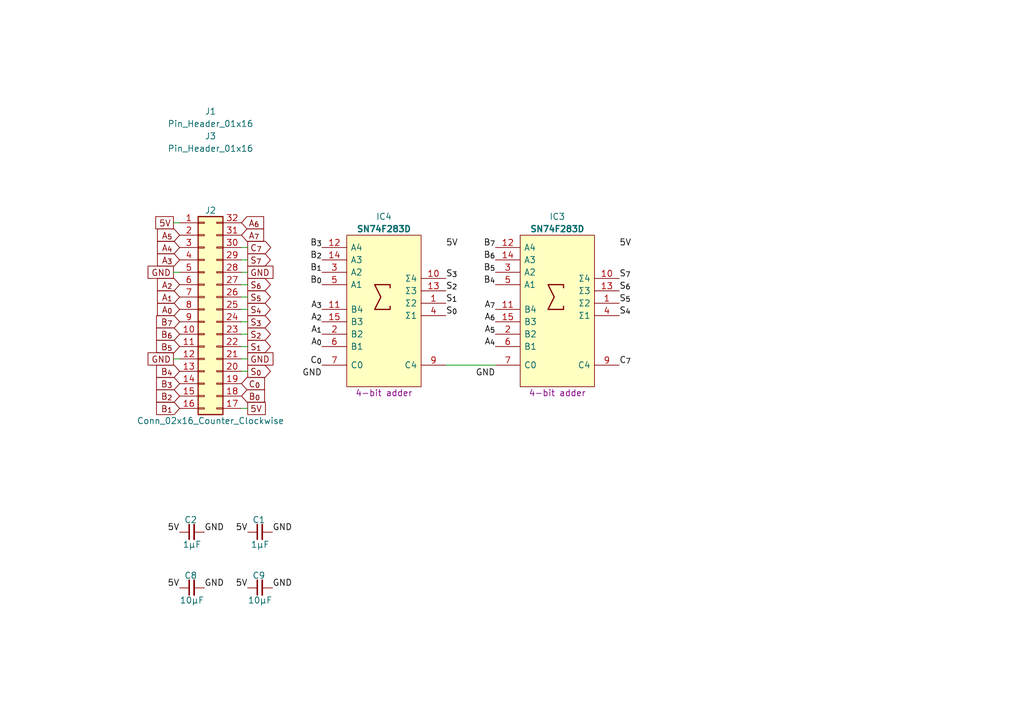
<source format=kicad_sch>
(kicad_sch (version 20250114) (generator "eeschema") (generator_version "9.0")
  (paper "A5")
  (title_block (title "8bit Adder") (date "2025-08-22") (rev "V0"))
  (lib_symbols
    (symbol "Connector_Generic:Conn_02x16_Counter_Clockwise" (pin_names (offset 1.016) (hide yes))
      (property "Reference" "J" (at 1.27 20.32 0))
      (property "Value" "Conn_02x16_Counter_Clockwise" (at 1.27 -22.86 0))
      (symbol "Conn_02x16_Counter_Clockwise_1_1"
        (rectangle (start -1.27 19.05) (end 3.81 -21.59) (stroke (width 0.254)) (fill (type background)))
        (rectangle (start -1.27 17.907) (end 0 17.653) (stroke (width 0.1524)))
        (rectangle (start -1.27 15.367) (end 0 15.113) (stroke (width 0.1524)))
        (rectangle (start -1.27 12.827) (end 0 12.573) (stroke (width 0.1524)))
        (rectangle (start -1.27 10.287) (end 0 10.033) (stroke (width 0.1524)))
        (rectangle (start -1.27 7.747) (end 0 7.493) (stroke (width 0.1524)))
        (rectangle (start -1.27 5.207) (end 0 4.953) (stroke (width 0.1524)))
        (rectangle (start -1.27 2.667) (end 0 2.413) (stroke (width 0.1524)))
        (rectangle (start -1.27 0.127) (end 0 -0.127) (stroke (width 0.1524)))
        (rectangle (start -1.27 -2.413) (end 0 -2.667) (stroke (width 0.1524)))
        (rectangle (start -1.27 -4.953) (end 0 -5.207) (stroke (width 0.1524)))
        (rectangle (start -1.27 -7.493) (end 0 -7.747) (stroke (width 0.1524)))
        (rectangle (start -1.27 -10.033) (end 0 -10.287) (stroke (width 0.1524)))
        (rectangle (start -1.27 -12.573) (end 0 -12.827) (stroke (width 0.1524)))
        (rectangle (start -1.27 -15.113) (end 0 -15.367) (stroke (width 0.1524)))
        (rectangle (start -1.27 -17.653) (end 0 -17.907) (stroke (width 0.1524)))
        (rectangle (start -1.27 -20.193) (end 0 -20.447) (stroke (width 0.1524)))
        (rectangle (start 3.81 17.907) (end 2.54 17.653) (stroke (width 0.1524)))
        (rectangle (start 3.81 15.367) (end 2.54 15.113) (stroke (width 0.1524)))
        (rectangle (start 3.81 12.827) (end 2.54 12.573) (stroke (width 0.1524)))
        (rectangle (start 3.81 10.287) (end 2.54 10.033) (stroke (width 0.1524)))
        (rectangle (start 3.81 7.747) (end 2.54 7.493) (stroke (width 0.1524)))
        (rectangle (start 3.81 5.207) (end 2.54 4.953) (stroke (width 0.1524)))
        (rectangle (start 3.81 2.667) (end 2.54 2.413) (stroke (width 0.1524)))
        (rectangle (start 3.81 0.127) (end 2.54 -0.127) (stroke (width 0.1524)))
        (rectangle (start 3.81 -2.413) (end 2.54 -2.667) (stroke (width 0.1524)))
        (rectangle (start 3.81 -4.953) (end 2.54 -5.207) (stroke (width 0.1524)))
        (rectangle (start 3.81 -7.493) (end 2.54 -7.747) (stroke (width 0.1524)))
        (rectangle (start 3.81 -10.033) (end 2.54 -10.287) (stroke (width 0.1524)))
        (rectangle (start 3.81 -12.573) (end 2.54 -12.827) (stroke (width 0.1524)))
        (rectangle (start 3.81 -15.113) (end 2.54 -15.367) (stroke (width 0.1524)))
        (rectangle (start 3.81 -17.653) (end 2.54 -17.907) (stroke (width 0.1524)))
        (rectangle (start 3.81 -20.193) (end 2.54 -20.447) (stroke (width 0.1524)))
        (pin passive line (at -5.08 17.78 0) (length 3.81) (name "Pin_1") (number "1"))
        (pin passive line (at -5.08 15.24 0) (length 3.81) (name "Pin_2") (number "2"))
        (pin passive line (at -5.08 12.7 0) (length 3.81) (name "Pin_3") (number "3"))
        (pin passive line (at -5.08 10.16 0) (length 3.81) (name "Pin_4") (number "4"))
        (pin passive line (at -5.08 7.62 0) (length 3.81) (name "Pin_5") (number "5"))
        (pin passive line (at -5.08 5.08 0) (length 3.81) (name "Pin_6") (number "6"))
        (pin passive line (at -5.08 2.54 0) (length 3.81) (name "Pin_7") (number "7"))
        (pin passive line (at -5.08 0 0) (length 3.81) (name "Pin_8") (number "8"))
        (pin passive line (at -5.08 -2.54 0) (length 3.81) (name "Pin_9") (number "9"))
        (pin passive line (at -5.08 -5.08 0) (length 3.81) (name "Pin_10") (number "10"))
        (pin passive line (at -5.08 -7.62 0) (length 3.81) (name "Pin_11") (number "11"))
        (pin passive line (at -5.08 -10.16 0) (length 3.81) (name "Pin_12") (number "12"))
        (pin passive line (at -5.08 -12.7 0) (length 3.81) (name "Pin_13") (number "13"))
        (pin passive line (at -5.08 -15.24 0) (length 3.81) (name "Pin_14") (number "14"))
        (pin passive line (at -5.08 -17.78 0) (length 3.81) (name "Pin_15") (number "15"))
        (pin passive line (at -5.08 -20.32 0) (length 3.81) (name "Pin_16") (number "16"))
        (pin passive line (at 7.62 17.78 180) (length 3.81) (name "Pin_32") (number "32"))
        (pin passive line (at 7.62 15.24 180) (length 3.81) (name "Pin_31") (number "31"))
        (pin passive line (at 7.62 12.7 180) (length 3.81) (name "Pin_30") (number "30"))
        (pin passive line (at 7.62 10.16 180) (length 3.81) (name "Pin_29") (number "29"))
        (pin passive line (at 7.62 7.62 180) (length 3.81) (name "Pin_28") (number "28"))
        (pin passive line (at 7.62 5.08 180) (length 3.81) (name "Pin_27") (number "27"))
        (pin passive line (at 7.62 2.54 180) (length 3.81) (name "Pin_26") (number "26"))
        (pin passive line (at 7.62 0 180) (length 3.81) (name "Pin_25") (number "25"))
        (pin passive line (at 7.62 -2.54 180) (length 3.81) (name "Pin_24") (number "24"))
        (pin passive line (at 7.62 -5.08 180) (length 3.81) (name "Pin_23") (number "23"))
        (pin passive line (at 7.62 -7.62 180) (length 3.81) (name "Pin_22") (number "22"))
        (pin passive line (at 7.62 -10.16 180) (length 3.81) (name "Pin_21") (number "21"))
        (pin passive line (at 7.62 -12.7 180) (length 3.81) (name "Pin_20") (number "20"))
        (pin passive line (at 7.62 -15.24 180) (length 3.81) (name "Pin_19") (number "19"))
        (pin passive line (at 7.62 -17.78 180) (length 3.81) (name "Pin_18") (number "18"))
        (pin passive line (at 7.62 -20.32 180) (length 3.81) (name "Pin_17") (number "17"))
      )
    )
    (symbol "HCP65:C_0805" (pin_numbers (hide yes)) (pin_names (offset 0.254) (hide yes))
      (property "Reference" "C" (at 2.286 2.54 0))
      (property "Value" "?μF" (at 2.54 -2.54 0))
      (symbol "C_0805_0_1"
        (polyline (pts (xy 1.9685 -1.4605) (xy 1.9685 1.5875)) (stroke (width 0.3048)))
        (polyline (pts (xy 2.9845 -1.4605) (xy 2.9845 1.5875)) (stroke (width 0.3302)))
      )
      (symbol "C_0805_1_1"
        (pin passive line (at 0 0 0) (length 2.032) (name "~") (number "1"))
        (pin passive line (at 5.08 0 180) (length 2.032) (name "~") (number "2"))
      )
    )
    (symbol "HCP65:Pin_Header_01x16" (pin_names (offset 1.016) (hide yes))
      (property "Reference" "J" (at 0 1.27 0))
      (property "Value" "Pin_Header_01x16" (at 0 -1.27 0))
    )
    (symbol "Texas_Instruments:SN74F283D" (pin_names (offset 0.762))
      (property "Reference" "IC" (at 12.7 6.35 0))
      (property "Value" "SN74F283D" (at 12.7 3.81 0))
      (property "Description" "4-bit adder" (at 12.7 -29.845 0))
      (symbol "SN74F283D_0_0"
        (pin input line (at 0 0 0) (length 5.08) (name "A4") (number "12"))
        (pin input line (at 0 -2.54 0) (length 5.08) (name "A3") (number "14"))
        (pin input line (at 0 -5.08 0) (length 5.08) (name "A2") (number "3"))
        (pin input line (at 0 -7.62 0) (length 5.08) (name "A1") (number "5"))
        (pin input line (at 0 -12.7 0) (length 5.08) (name "B4") (number "11"))
        (pin input line (at 0 -15.24 0) (length 5.08) (name "B3") (number "15"))
        (pin input line (at 0 -17.78 0) (length 5.08) (name "B2") (number "2"))
        (pin input line (at 0 -20.32 0) (length 5.08) (name "B1") (number "6"))
        (pin input line (at 0 -24.13 0) (length 5.08) (name "C0") (number "7"))
        (pin output line (at 25.4 -6.35 180) (length 5.08) (name "Σ4") (number "10"))
        (pin output line (at 25.4 -8.89 180) (length 5.08) (name "Σ3") (number "13"))
        (pin output line (at 25.4 -11.43 180) (length 5.08) (name "Σ2") (number "1"))
        (pin output line (at 25.4 -13.97 180) (length 5.08) (name "Σ1") (number "4"))
        (pin output line (at 25.4 -24.13 180) (length 5.08) (name "C4") (number "9"))
      )
      (symbol "SN74F283D_0_1"
        (polyline (pts (xy 5.08 2.54) (xy 20.32 2.54) (xy 20.32 -28.575) (xy 5.08 -28.575) (xy 5.08 2.54)) (stroke (width 0.1524)) (fill (type background)))
      )
      (symbol "SN74F283D_1_0"
        (pin passive line (at 0 -26.67 0) (length 5.08) (hide yes) (name "GND") (number "8"))
        (pin passive line (at 25.4 0 180) (length 5.08) (hide yes) (name "5V") (number "16"))
      )
      (symbol "SN74F283D_1_1"
        (polyline (pts (xy 13.97 -8.255) (xy 13.97 -7.62) (xy 10.795 -7.62) (xy 12.065 -10.16) (xy 10.795 -12.7) (xy 13.97 -12.7) (xy 13.97 -12.065)) (stroke (width 0.254)))
      )
    )
  )
  (wire (pts (xy 50.8 63.5) (xy 49.53 63.5)))
  (wire (pts (xy 50.8 71.12) (xy 49.53 71.12)))
  (wire (pts (xy 50.8 55.88) (xy 49.53 55.88)))
  (wire (pts (xy 50.8 76.2) (xy 49.53 76.2)))
  (wire (pts (xy 50.8 73.66) (xy 49.53 73.66)))
  (wire (pts (xy 50.8 60.96) (xy 49.53 60.96)))
  (wire (pts (xy 50.8 83.82) (xy 49.53 83.82)))
  (wire (pts (xy 50.8 66.04) (xy 49.53 66.04)))
  (wire (pts (xy 35.56 45.72) (xy 36.83 45.72)))
  (wire (pts (xy 50.8 50.8) (xy 49.53 50.8)))
  (wire (pts (xy 50.8 68.58) (xy 49.53 68.58)))
  (wire (pts (xy 91.44 74.93) (xy 101.6 74.93)))
  (wire (pts (xy 50.8 53.34) (xy 49.53 53.34)))
  (wire (pts (xy 50.8 58.42) (xy 49.53 58.42)))
  (wire (pts (xy 35.56 55.88) (xy 36.83 55.88)))
  (wire (pts (xy 35.56 73.66) (xy 36.83 73.66)))
  (label "GND" (at 55.88 120.65 0))
  (label "B_{1}" (at 66.04 55.88 180))
  (label "B_{5}" (at 101.6 55.88 180))
  (label "S_{5}" (at 127 62.23 0))
  (label "5V" (at 127 50.8 0))
  (label "C_{7}" (at 127 74.93 0))
  (label "GND" (at 41.91 120.65 0))
  (label "A_{6}" (at 101.6 66.04 180))
  (label "B_{0}" (at 66.04 58.42 180))
  (label "GND" (at 101.6 77.47 180))
  (label "GND" (at 66.04 77.47 180))
  (label "5V" (at 50.8 120.65 180))
  (label "S_{3}" (at 91.44 57.15 0))
  (label "S_{2}" (at 91.44 59.69 0))
  (label "A_{7}" (at 101.6 63.5 180))
  (label "GND" (at 41.91 109.22 0))
  (label "C_{0}" (at 66.04 74.93 180))
  (label "A_{4}" (at 101.6 71.12 180))
  (label "5V" (at 36.83 109.22 180))
  (label "S_{4}" (at 127 64.77 0))
  (label "A_{2}" (at 66.04 66.04 180))
  (label "5V" (at 50.8 109.22 180))
  (label "S_{6}" (at 127 59.69 0))
  (label "B_{4}" (at 101.6 58.42 180))
  (label "B_{3}" (at 66.04 50.8 180))
  (label "S_{1}" (at 91.44 62.23 0))
  (label "5V" (at 36.83 120.65 180))
  (label "A_{3}" (at 66.04 63.5 180))
  (label "5V" (at 91.44 50.8 0))
  (label "GND" (at 55.88 109.22 0))
  (label "A_{5}" (at 101.6 68.58 180))
  (label "B_{6}" (at 101.6 53.34 180))
  (label "S_{7}" (at 127 57.15 0))
  (label "A_{1}" (at 66.04 68.58 180))
  (label "A_{0}" (at 66.04 71.12 180))
  (label "B_{2}" (at 66.04 53.34 180))
  (label "S_{0}" (at 91.44 64.77 0))
  (label "B_{7}" (at 101.6 50.8 180))
  (global_label "B_{7}" (shape input) (at 36.83 66.04 180) (property "Intersheetrefs" "${INTERSHEET_REFS}" (effects (hide yes))))
  (global_label "B_{2}" (shape input) (at 36.83 81.28 180) (property "Intersheetrefs" "${INTERSHEET_REFS}" (effects (hide yes))))
  (global_label "5V" (shape passive) (at 50.8 83.82 0) (property "Intersheetrefs" "${INTERSHEET_REFS}" (effects (hide yes))))
  (global_label "A_{1}" (shape input) (at 36.83 60.96 180) (property "Intersheetrefs" "${INTERSHEET_REFS}" (effects (hide yes))))
  (global_label "S_{5}" (shape output) (at 50.8 60.96 0) (property "Intersheetrefs" "${INTERSHEET_REFS}" (effects (hide yes))))
  (global_label "S_{0}" (shape output) (at 50.8 76.2 0) (property "Intersheetrefs" "${INTERSHEET_REFS}" (effects (hide yes))))
  (global_label "B_{4}" (shape input) (at 36.83 76.2 180) (property "Intersheetrefs" "${INTERSHEET_REFS}" (effects (hide yes))))
  (global_label "A_{6}" (shape input) (at 49.53 45.72 0) (property "Intersheetrefs" "${INTERSHEET_REFS}" (effects (hide yes))))
  (global_label "5V" (shape passive) (at 35.56 45.72 180) (property "Intersheetrefs" "${INTERSHEET_REFS}" (effects (hide yes))))
  (global_label "A_{4}" (shape input) (at 36.83 50.8 180) (property "Intersheetrefs" "${INTERSHEET_REFS}" (effects (hide yes))))
  (global_label "B_{5}" (shape input) (at 36.83 71.12 180) (property "Intersheetrefs" "${INTERSHEET_REFS}" (effects (hide yes))))
  (global_label "S_{4}" (shape output) (at 50.8 63.5 0) (property "Intersheetrefs" "${INTERSHEET_REFS}" (effects (hide yes))))
  (global_label "B_{0}" (shape input) (at 49.53 81.28 0) (property "Intersheetrefs" "${INTERSHEET_REFS}" (effects (hide yes))))
  (global_label "GND" (shape passive) (at 50.8 73.66 0) (property "Intersheetrefs" "${INTERSHEET_REFS}" (effects (hide yes))))
  (global_label "S_{3}" (shape output) (at 50.8 66.04 0) (property "Intersheetrefs" "${INTERSHEET_REFS}" (effects (hide yes))))
  (global_label "A_{2}" (shape input) (at 36.83 58.42 180) (property "Intersheetrefs" "${INTERSHEET_REFS}" (effects (hide yes))))
  (global_label "B_{6}" (shape input) (at 36.83 68.58 180) (property "Intersheetrefs" "${INTERSHEET_REFS}" (effects (hide yes))))
  (global_label "C_{0}" (shape input) (at 49.53 78.74 0) (property "Intersheetrefs" "${INTERSHEET_REFS}" (effects (hide yes))))
  (global_label "A_{3}" (shape input) (at 36.83 53.34 180) (property "Intersheetrefs" "${INTERSHEET_REFS}" (effects (hide yes))))
  (global_label "S_{2}" (shape output) (at 50.8 68.58 0) (property "Intersheetrefs" "${INTERSHEET_REFS}" (effects (hide yes))))
  (global_label "A_{0}" (shape input) (at 36.83 63.5 180) (property "Intersheetrefs" "${INTERSHEET_REFS}" (effects (hide yes))))
  (global_label "S_{1}" (shape output) (at 50.8 71.12 0) (property "Intersheetrefs" "${INTERSHEET_REFS}" (effects (hide yes))))
  (global_label "GND" (shape passive) (at 35.56 55.88 180) (property "Intersheetrefs" "${INTERSHEET_REFS}" (effects (hide yes))))
  (global_label "B_{3}" (shape input) (at 36.83 78.74 180) (property "Intersheetrefs" "${INTERSHEET_REFS}" (effects (hide yes))))
  (global_label "GND" (shape passive) (at 50.8 55.88 0) (property "Intersheetrefs" "${INTERSHEET_REFS}" (effects (hide yes))))
  (global_label "GND" (shape passive) (at 35.56 73.66 180) (property "Intersheetrefs" "${INTERSHEET_REFS}" (effects (hide yes))))
  (global_label "A_{5}" (shape input) (at 36.83 48.26 180) (property "Intersheetrefs" "${INTERSHEET_REFS}" (effects (hide yes))))
  (global_label "B_{1}" (shape input) (at 36.83 83.82 180) (property "Intersheetrefs" "${INTERSHEET_REFS}" (effects (hide yes))))
  (global_label "S_{6}" (shape output) (at 50.8 58.42 0) (property "Intersheetrefs" "${INTERSHEET_REFS}" (effects (hide yes))))
  (global_label "S_{7}" (shape output) (at 50.8 53.34 0) (property "Intersheetrefs" "${INTERSHEET_REFS}" (effects (hide yes))))
  (global_label "A_{7}" (shape input) (at 49.53 48.26 0) (property "Intersheetrefs" "${INTERSHEET_REFS}" (effects (hide yes))))
  (global_label "C_{7}" (shape output) (at 50.8 50.8 0) (property "Intersheetrefs" "${INTERSHEET_REFS}" (effects (hide yes))))
  (symbol (lib_id "HCP65:C_0805") (at 50.8 109.22 0) (unit 1)
    (property "Reference" "C1" (at 53.086 106.68 0))
    (property "Value" "1μF" (at 53.34 111.76 0))
    (property "Footprint" "SamacSys_Parts:C_0805" (effects (hide yes)))
  )
  (symbol (lib_id "Texas_Instruments:SN74F283D") (at 101.6 50.8 0) (unit 1)
    (property "Reference" "IC3" (at 114.3 44.45 0))
    (property "Value" "SN74F283D" (at 114.3 46.99 0) (effects (font (bold yes))))
    (property "Footprint" "SamacSys_Parts:SOIC127P600X175-16N" (effects (hide yes)))
    (property "Datasheet" "http://www.ti.com/lit/ds/symlink/sn74f283.pdf" (effects (hide yes)))
    (property "Description" "4-bit adder" (at 114.3 80.645 0))
    (property "Height" "1.75" (effects (hide yes)))
    (property "Mouser Part Number" "595-SN74F283D" (effects (hide yes)))
    (property "Mouser Price/Stock" "https://www.mouser.co.uk/ProductDetail/Texas-Instruments/SN74F283D?qs=RnzODY3cU8t9RP7%252BwWjEZw%3D%3D" (effects (hide yes)))
    (property "Manufacturer_Name" "Texas Instruments" (effects (hide yes)))
    (property "Manufacturer_Part_Number" "SN74F283D" (effects (hide yes)))
    (property "Silkscreen" "74F283" (effects (hide yes)))
  )
  (symbol (lib_id "HCP65:Pin_Header_01x16") (at 43.18 24.13 0) (mirror y) (unit 1)
    (property "Reference" "J1" (at 43.18 22.86 0))
    (property "Value" "Pin_Header_01x16" (at 43.18 25.4 0))
    (property "Footprint" "SamacSys_Parts:PinHeader_1x16_P2.54mm_Vertical" (effects (hide yes)))
  )
  (symbol (lib_id "HCP65:C_0805") (at 36.83 120.65 0) (unit 1)
    (property "Reference" "C8" (at 39.116 118.11 0))
    (property "Value" "10µF" (at 36.83 123.19 0) (effects (justify left)))
    (property "Footprint" "SamacSys_Parts:C_0805" (effects (hide yes)))
  )
  (symbol (lib_id "HCP65:Pin_Header_01x16") (at 43.18 29.21 0) (unit 1)
    (property "Reference" "J3" (at 43.18 27.94 0))
    (property "Value" "Pin_Header_01x16" (at 43.18 30.48 0))
    (property "Footprint" "SamacSys_Parts:PinHeader_1x16_P2.54mm_Vertical" (effects (hide yes)))
  )
  (symbol (lib_id "Texas_Instruments:SN74F283D") (at 66.04 50.8 0) (unit 1)
    (property "Reference" "IC4" (at 78.74 44.45 0))
    (property "Value" "SN74F283D" (at 78.74 46.99 0) (effects (font (bold yes))))
    (property "Footprint" "SamacSys_Parts:SOIC127P600X175-16N" (effects (hide yes)))
    (property "Datasheet" "http://www.ti.com/lit/ds/symlink/sn74f283.pdf" (effects (hide yes)))
    (property "Description" "4-bit adder" (at 78.74 80.645 0))
    (property "Height" "1.75" (effects (hide yes)))
    (property "Mouser Part Number" "595-SN74F283D" (effects (hide yes)))
    (property "Mouser Price/Stock" "https://www.mouser.co.uk/ProductDetail/Texas-Instruments/SN74F283D?qs=RnzODY3cU8t9RP7%252BwWjEZw%3D%3D" (effects (hide yes)))
    (property "Manufacturer_Name" "Texas Instruments" (effects (hide yes)))
    (property "Manufacturer_Part_Number" "SN74F283D" (effects (hide yes)))
    (property "Silkscreen" "74F283" (effects (hide yes)))
  )
  (symbol (lib_id "HCP65:C_0805") (at 50.8 120.65 0) (unit 1)
    (property "Reference" "C9" (at 53.086 118.11 0))
    (property "Value" "10µF" (at 50.8 123.19 0) (effects (justify left)))
    (property "Footprint" "SamacSys_Parts:C_0805" (effects (hide yes)))
  )
  (symbol (lib_id "Connector_Generic:Conn_02x16_Counter_Clockwise") (at 41.91 63.5 0) (unit 1)
    (property "Reference" "J2" (at 43.18 43.18 0))
    (property "Value" "Conn_02x16_Counter_Clockwise" (at 43.18 86.36 0))
    (property "Footprint" "SamacSys_Parts:DIP-32_Board_W15.24mm" (effects (hide yes)))
    (property "Description" "Generic connector, double row, 02x16, counter clockwise pin numbering scheme (similar to DIP package numbering), script generated (kicad-library-utils/schlib/autogen/connector/)" (effects (hide yes)))
  )
  (symbol (lib_id "HCP65:C_0805") (at 36.83 109.22 0) (unit 1)
    (property "Reference" "C2" (at 39.116 106.68 0))
    (property "Value" "1μF" (at 39.37 111.76 0))
    (property "Footprint" "SamacSys_Parts:C_0805" (effects (hide yes)))
  )
)
</source>
